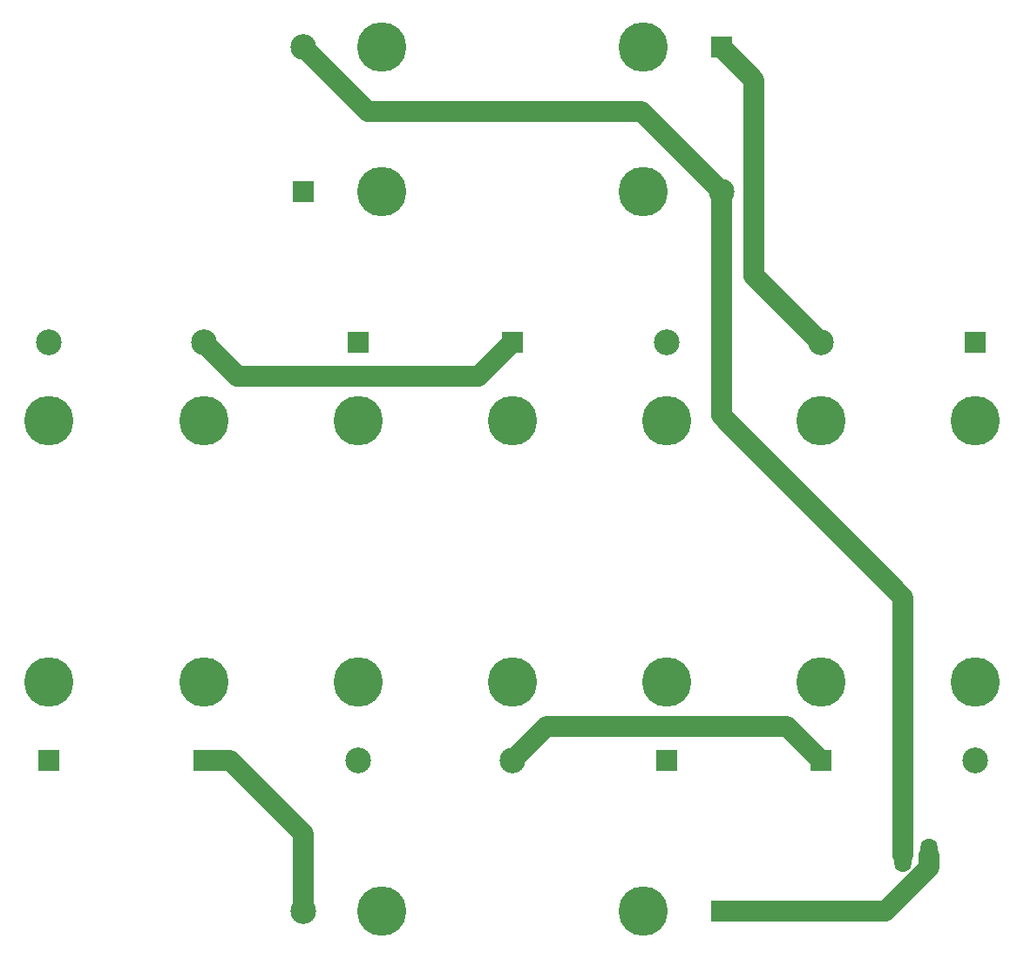
<source format=gbr>
%TF.GenerationSoftware,KiCad,Pcbnew,7.0.1-0*%
%TF.CreationDate,2023-05-22T13:54:53+09:00*%
%TF.ProjectId,Battery,42617474-6572-4792-9e6b-696361645f70,rev?*%
%TF.SameCoordinates,Original*%
%TF.FileFunction,Copper,L1,Top*%
%TF.FilePolarity,Positive*%
%FSLAX46Y46*%
G04 Gerber Fmt 4.6, Leading zero omitted, Abs format (unit mm)*
G04 Created by KiCad (PCBNEW 7.0.1-0) date 2023-05-22 13:54:53*
%MOMM*%
%LPD*%
G01*
G04 APERTURE LIST*
%TA.AperFunction,ComponentPad*%
%ADD10R,2.000000X2.000000*%
%TD*%
%TA.AperFunction,ComponentPad*%
%ADD11C,2.500000*%
%TD*%
%TA.AperFunction,ComponentPad*%
%ADD12C,4.800000*%
%TD*%
%TA.AperFunction,ComponentPad*%
%ADD13O,1.650000X3.300000*%
%TD*%
%TA.AperFunction,Conductor*%
%ADD14C,2.000000*%
%TD*%
G04 APERTURE END LIST*
D10*
%TO.P,BT7,1,+*%
%TO.N,Net-(BT6--)*%
X114780000Y-119090000D03*
D11*
%TO.P,BT7,2,-*%
%TO.N,Net-(BT7--)*%
X114780000Y-78490000D03*
D12*
%TO.P,BT7,MH1*%
%TO.N,N/C*%
X114780000Y-111490000D03*
%TO.P,BT7,MH2*%
X114780000Y-86090000D03*
%TD*%
D10*
%TO.P,BT10,1,+*%
%TO.N,Net-(BT10-+)*%
X165080000Y-49790000D03*
D11*
%TO.P,BT10,2,-*%
%TO.N,Net-(BT10--)*%
X124480000Y-49790000D03*
D12*
%TO.P,BT10,MH1*%
%TO.N,N/C*%
X157480000Y-49790000D03*
%TO.P,BT10,MH2*%
X132080000Y-49790000D03*
%TD*%
D10*
%TO.P,BT9,1,+*%
%TO.N,Net-(BT8--)*%
X174780000Y-119090000D03*
D11*
%TO.P,BT9,2,-*%
%TO.N,Net-(BT10-+)*%
X174780000Y-78490000D03*
D12*
%TO.P,BT9,MH1*%
%TO.N,N/C*%
X174780000Y-111490000D03*
%TO.P,BT9,MH2*%
X174780000Y-86090000D03*
%TD*%
D10*
%TO.P,BT8,1,+*%
%TO.N,Net-(BT7--)*%
X144780000Y-78490000D03*
D11*
%TO.P,BT8,2,-*%
%TO.N,Net-(BT8--)*%
X144780000Y-119090000D03*
D12*
%TO.P,BT8,MH1*%
%TO.N,N/C*%
X144780000Y-86090000D03*
%TO.P,BT8,MH2*%
X144780000Y-111490000D03*
%TD*%
D10*
%TO.P,BT6,1,+*%
%TO.N,Net-(BT1-+)*%
X165080000Y-133790000D03*
D11*
%TO.P,BT6,2,-*%
%TO.N,Net-(BT6--)*%
X124480000Y-133790000D03*
D12*
%TO.P,BT6,MH1*%
%TO.N,N/C*%
X157480000Y-133790000D03*
%TO.P,BT6,MH2*%
X132080000Y-133790000D03*
%TD*%
D13*
%TO.P,J1,1,Pin_1*%
%TO.N,Net-(BT10--)*%
X182760000Y-128347450D03*
%TO.P,J1,2,Pin_2*%
%TO.N,Net-(BT1-+)*%
X185300000Y-128347450D03*
%TD*%
D10*
%TO.P,BT5,1,+*%
%TO.N,Net-(BT4--)*%
X124480000Y-63790000D03*
D11*
%TO.P,BT5,2,-*%
%TO.N,Net-(BT10--)*%
X165080000Y-63790000D03*
D12*
%TO.P,BT5,MH1*%
%TO.N,N/C*%
X132080000Y-63790000D03*
%TO.P,BT5,MH2*%
X157480000Y-63790000D03*
%TD*%
D10*
%TO.P,BT3,1,+*%
%TO.N,Net-(BT2--)*%
X129780000Y-78490000D03*
D11*
%TO.P,BT3,2,-*%
%TO.N,Net-(BT3--)*%
X129780000Y-119090000D03*
D12*
%TO.P,BT3,MH1*%
%TO.N,N/C*%
X129780000Y-86090000D03*
%TO.P,BT3,MH2*%
X129780000Y-111490000D03*
%TD*%
D10*
%TO.P,BT4,1,+*%
%TO.N,Net-(BT3--)*%
X99780000Y-119090000D03*
D11*
%TO.P,BT4,2,-*%
%TO.N,Net-(BT4--)*%
X99780000Y-78490000D03*
D12*
%TO.P,BT4,MH1*%
%TO.N,N/C*%
X99780000Y-111490000D03*
%TO.P,BT4,MH2*%
X99780000Y-86090000D03*
%TD*%
D10*
%TO.P,BT1,1,+*%
%TO.N,Net-(BT1-+)*%
X189780000Y-78490000D03*
D11*
%TO.P,BT1,2,-*%
%TO.N,Net-(BT1--)*%
X189780000Y-119090000D03*
D12*
%TO.P,BT1,MH1*%
%TO.N,N/C*%
X189780000Y-86090000D03*
%TO.P,BT1,MH2*%
X189780000Y-111490000D03*
%TD*%
D10*
%TO.P,BT2,1,+*%
%TO.N,Net-(BT1--)*%
X159780000Y-119090000D03*
D11*
%TO.P,BT2,2,-*%
%TO.N,Net-(BT2--)*%
X159780000Y-78490000D03*
D12*
%TO.P,BT2,MH1*%
%TO.N,N/C*%
X159780000Y-111490000D03*
%TO.P,BT2,MH2*%
X159780000Y-86090000D03*
%TD*%
D14*
%TO.N,Net-(BT1-+)*%
X185300000Y-129496232D02*
X181006232Y-133790000D01*
X181006232Y-133790000D02*
X165080000Y-133790000D01*
X185300000Y-128347450D02*
X185300000Y-129496232D01*
%TO.N,Net-(BT10--)*%
X157330000Y-56040000D02*
X130730000Y-56040000D01*
X182760000Y-128347450D02*
X182760000Y-103270000D01*
X165080000Y-85590000D02*
X165080000Y-63790000D01*
X182760000Y-103270000D02*
X165080000Y-85590000D01*
X130730000Y-56040000D02*
X124480000Y-49790000D01*
X165080000Y-63790000D02*
X157330000Y-56040000D01*
%TO.N,Net-(BT6--)*%
X124480000Y-126240000D02*
X117330000Y-119090000D01*
X124480000Y-133790000D02*
X124480000Y-126240000D01*
X117330000Y-119090000D02*
X114780000Y-119090000D01*
%TO.N,Net-(BT7--)*%
X114780000Y-78490000D02*
X118080000Y-81790000D01*
X141480000Y-81790000D02*
X144780000Y-78490000D01*
X118080000Y-81790000D02*
X141480000Y-81790000D01*
%TO.N,Net-(BT8--)*%
X171480000Y-115790000D02*
X174780000Y-119090000D01*
X148080000Y-115790000D02*
X171480000Y-115790000D01*
X144780000Y-119090000D02*
X148080000Y-115790000D01*
%TO.N,Net-(BT10-+)*%
X174780000Y-78490000D02*
X168280000Y-71990000D01*
X168280000Y-52990000D02*
X165080000Y-49790000D01*
X168280000Y-71990000D02*
X168280000Y-52990000D01*
%TD*%
M02*

</source>
